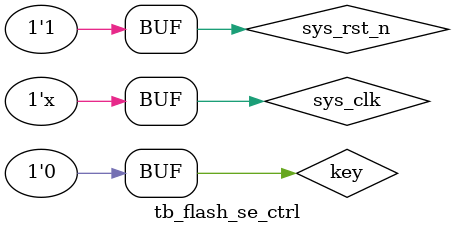
<source format=v>
`timescale  1ns/1ns
module  tb_flash_se_ctrl();

reg      sys_clk     ;
reg      sys_rst_n   ;
reg      key         ;
 
wire     sck         ;
wire     cs_n        ;
wire     mosi        ;

initial begin
    sys_clk    = 1'b1;
    sys_rst_n <= 1'b0;
    key       <= 1'b0;
    #20
    sys_rst_n <= 1'b1;
    #100
    key       <= 1'b1;
    #20
    key       <= 1'b0;

end

always #10 sys_clk = ~sys_clk;

flash_se_ctrl   flash_se_ctrl_inst
(
   .sys_clk     (sys_clk  ),
   .sys_rst_n   (sys_rst_n),
   .key         (key      ),
 
   .sck         (sck      ),
   .cs_n        (cs_n     ),
   .mosi        (mosi     )

);


endmodule
</source>
